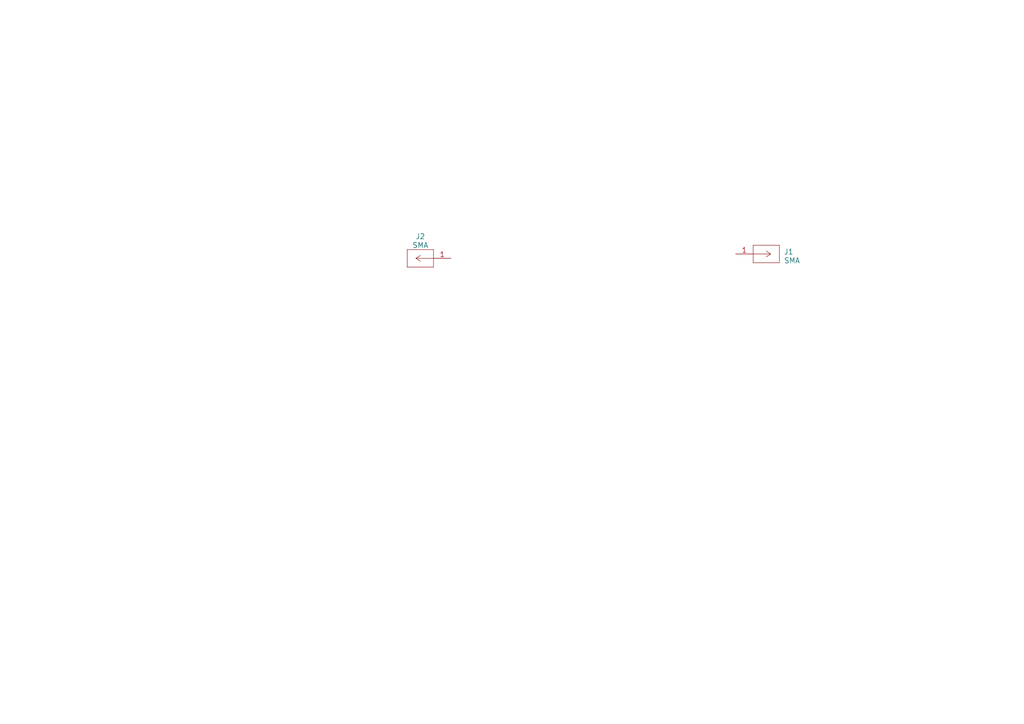
<source format=kicad_sch>
(kicad_sch (version 20230121) (generator eeschema)

  (uuid d14c5523-ed7f-4401-a7c3-249268aaae5f)

  (paper "A4")

  (lib_symbols
    (symbol "CMFerriteBeadSym:132414" (pin_names (offset 0.254) hide) (in_bom yes) (on_board yes)
      (property "Reference" "J" (at 8.89 6.35 0)
        (effects (font (size 1.524 1.524)))
      )
      (property "Value" "SMA" (at 10.16 0 0)
        (effects (font (size 1.524 1.524)))
      )
      (property "Footprint" "SMA" (at 10.16 -1.524 0)
        (effects (font (size 1.524 1.524)) hide)
      )
      (property "Datasheet" "" (at 0 0 0)
        (effects (font (size 1.524 1.524)))
      )
      (property "ki_locked" "" (at 0 0 0)
        (effects (font (size 1.27 1.27)))
      )
      (property "ki_fp_filters" "CONN_132414_AMP" (at 0 0 0)
        (effects (font (size 1.27 1.27)) hide)
      )
      (symbol "132414_1_1"
        (polyline
          (pts
            (xy 5.08 -2.54)
            (xy 12.7 -2.54)
          )
          (stroke (width 0.127) (type solid))
          (fill (type none))
        )
        (polyline
          (pts
            (xy 5.08 2.54)
            (xy 5.08 -2.54)
          )
          (stroke (width 0.127) (type solid))
          (fill (type none))
        )
        (polyline
          (pts
            (xy 10.16 0)
            (xy 5.08 0)
          )
          (stroke (width 0.127) (type solid))
          (fill (type none))
        )
        (polyline
          (pts
            (xy 10.16 0)
            (xy 8.89 -0.8382)
          )
          (stroke (width 0.127) (type solid))
          (fill (type none))
        )
        (polyline
          (pts
            (xy 10.16 0)
            (xy 8.89 0.8382)
          )
          (stroke (width 0.127) (type solid))
          (fill (type none))
        )
        (polyline
          (pts
            (xy 12.7 -2.54)
            (xy 12.7 2.54)
          )
          (stroke (width 0.127) (type solid))
          (fill (type none))
        )
        (polyline
          (pts
            (xy 12.7 2.54)
            (xy 5.08 2.54)
          )
          (stroke (width 0.127) (type solid))
          (fill (type none))
        )
        (pin unspecified line (at 0 0 0) (length 5.08)
          (name "1" (effects (font (size 1.4986 1.4986))))
          (number "1" (effects (font (size 1.4986 1.4986))))
        )
      )
    )
  )


  (symbol (lib_id "CMFerriteBeadSym:132414") (at 130.81 74.93 180) (unit 1)
    (in_bom yes) (on_board yes) (dnp no) (fields_autoplaced)
    (uuid 272d3ed2-1d16-44fc-992a-d8c4941654c6)
    (property "Reference" "J2" (at 121.92 68.58 0)
      (effects (font (size 1.524 1.524)))
    )
    (property "Value" "SMA" (at 121.92 71.12 0)
      (effects (font (size 1.524 1.524)))
    )
    (property "Footprint" "SMA" (at 120.65 73.406 0)
      (effects (font (size 1.524 1.524)) hide)
    )
    (property "Datasheet" "" (at 130.81 74.93 0)
      (effects (font (size 1.524 1.524)))
    )
    (pin "1" (uuid 5aebdb06-2113-4692-9ac4-99444da292b3))
    (instances
      (project "CM_Ferrite_Bead"
        (path "/d14c5523-ed7f-4401-a7c3-249268aaae5f"
          (reference "J2") (unit 1)
        )
      )
    )
  )

  (symbol (lib_id "CMFerriteBeadSym:132414") (at 213.36 73.66 0) (unit 1)
    (in_bom yes) (on_board yes) (dnp no) (fields_autoplaced)
    (uuid 64c1a59b-c1a1-440b-9cac-8ed0641ac60a)
    (property "Reference" "J1" (at 227.33 73.025 0)
      (effects (font (size 1.524 1.524)) (justify left))
    )
    (property "Value" "SMA" (at 227.33 75.565 0)
      (effects (font (size 1.524 1.524)) (justify left))
    )
    (property "Footprint" "SMA" (at 223.52 75.184 0)
      (effects (font (size 1.524 1.524)) hide)
    )
    (property "Datasheet" "" (at 213.36 73.66 0)
      (effects (font (size 1.524 1.524)))
    )
    (pin "1" (uuid 0bd7ea1f-c13e-4756-91ca-08408a8e0d88))
    (instances
      (project "CM_Ferrite_Bead"
        (path "/d14c5523-ed7f-4401-a7c3-249268aaae5f"
          (reference "J1") (unit 1)
        )
      )
    )
  )

  (sheet_instances
    (path "/" (page "1"))
  )
)

</source>
